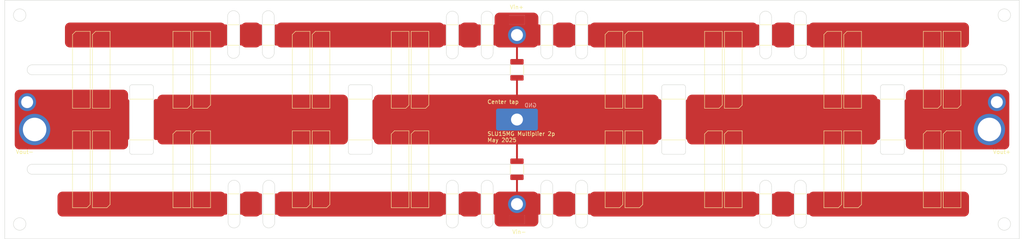
<source format=kicad_pcb>
(kicad_pcb (version 20221018) (generator pcbnew)
  (layers (0 "F.Cu" signal) (31 "B.Cu" signal) (34 "B.Paste" user) (35 "F.Paste" user) (36 "B.SilkS" user "B.Silkscreen") (37 "F.SilkS" user "F.Silkscreen") (38 "B.Mask" user) (39 "F.Mask" user) (44 "Edge.Cuts" user))
  (net 0 "")
  (net 1 "/full_wave_cell/I+")
  (net 2 "Net-(C1-Pad2)")
  (net 3 "/full_wave_cell/I-")
  (net 4 "Net-(C2-Pad2)")
  (net 5 "Net-(C7-Pad2)")
  (net 6 "/full_wave_cell/O+")
  (net 7 "Net-(C12-Pad2)")
  (net 8 "/full_wave_cell/O-")
  (net 9 "Net-(C17-Pad2)")
  (net 10 "/full_wave_cell/I=")
  (net 11 "/full_wave_cell/O=")
  (net 12 "Net-(C6-Pad2)")
  (net 13 "/full_wave_cell1/O+")
  (net 14 "/full_wave_cell1/O-")
  (net 15 "/full_wave_cell1/O=")
  (net 16 "Net-(C11-Pad2)")
  (net 17 "/full_wave_cell2/O+")
  (net 18 "/full_wave_cell2/O-")
  (net 19 "/full_wave_cell2/O=")
  (net 20 "Net-(C16-Pad2)")
  (net 21 "/full_wave_cell3/O+")
  (net 22 "/full_wave_cell3/O-")
  (net 23 "/full_wave_cell3/O=")
  (footprint "Capacitor_SMD:C_2220_5750Metric" (layer "F.Cu") (at 147.32 29.21)
    (fp_text reference "C3" hide)
    (fp_text value "C")
    (pad "1" smd roundrect (at -2.55 0) (size 1.8 5.4) (layers "F.Cu" "F.Paste" "F.Mask") (roundrect_rratio 0.138889) (net 2 "Net-(C1-Pad2)"))
    (pad "2" smd roundrect (at 2.55 0) (size 1.8 5.4) (layers "F.Cu" "F.Paste" "F.Mask") (roundrect_rratio 0.138889) (net 6 "/full_wave_cell/O+"))
  )
  (footprint "custom_assets_mit:output_pad_4mm" (layer "F.Cu") (at 5.715 46.355)
    (fp_text reference "H6" (at 0 -0.5 unlocked) (layer "F.SilkS") (effects (font (thickness 0.1))))
    (fp_text value "MountingHole_Pad")
    (pad "1" thru_hole circle (at 0 0) (size 4.572 4.572) (drill 3.048) (layers "*.Cu" "*.Mask") (net 23 "/full_wave_cell3/O="))
  )
  (footprint "custom_assets_mit:slu15mg" (layer "F.Cu") (at 241.935 63.5 -90)
    (fp_text reference "D22" hide)
    (fp_text value "D")
    (pad "1" smd roundrect (at -8.055 0 270) (size 2.51 3.51) (layers "F.Cu" "F.Paste" "F.Mask") (net 19 "/full_wave_cell2/O="))
    (pad "2" smd roundrect (at 8.055 0 270) (size 2.51 3.51) (layers "F.Cu" "F.Paste" "F.Mask") (net 18 "/full_wave_cell2/O-"))
  )
  (footprint "custom_assets_mit:slu15mg" (layer "F.Cu") (at 211.455 63.5 90)
    (fp_text reference "D20" hide)
    (fp_text value "D")
    (pad "1" smd roundrect (at -8.055 0 90) (size 2.51 3.51) (layers "F.Cu" "F.Paste" "F.Mask") (net 18 "/full_wave_cell2/O-"))
    (pad "2" smd roundrect (at 8.055 0 90) (size 2.51 3.51) (layers "F.Cu" "F.Paste" "F.Mask") (net 11 "/full_wave_cell/O="))
  )
  (footprint "custom_assets_mit:slu15mg" (layer "F.Cu") (at 180.975 38.1 90)
    (fp_text reference "D3" hide)
    (fp_text value "D")
    (pad "1" smd roundrect (at -8.055 0 90) (size 2.51 3.51) (layers "F.Cu" "F.Paste" "F.Mask") (net 11 "/full_wave_cell/O="))
    (pad "2" smd roundrect (at 8.055 0 90) (size 2.51 3.51) (layers "F.Cu" "F.Paste" "F.Mask") (net 6 "/full_wave_cell/O+"))
  )
  (footprint "custom_assets_mit:slu15mg" (layer "F.Cu") (at 186.055 63.5 -90)
    (fp_text reference "D21" hide)
    (fp_text value "D")
    (pad "1" smd roundrect (at -8.055 0 270) (size 2.51 3.51) (layers "F.Cu" "F.Paste" "F.Mask") (net 11 "/full_wave_cell/O="))
    (pad "2" smd roundrect (at 8.055 0 270) (size 2.51 3.51) (layers "F.Cu" "F.Paste" "F.Mask") (net 8 "/full_wave_cell/O-"))
  )
  (footprint "custom_assets_mit:slu15mg" (layer "F.Cu") (at 24.637999 38.1 -90)
    (fp_text reference "D16" hide)
    (fp_text value "D")
    (pad "1" smd roundrect (at -8.055 0 270) (size 2.51 3.51) (layers "F.Cu" "F.Paste" "F.Mask") (net 22 "/full_wave_cell3/O-"))
    (pad "2" smd roundrect (at 8.055 0 270) (size 2.51 3.51) (layers "F.Cu" "F.Paste" "F.Mask") (net 23 "/full_wave_cell3/O="))
  )
  (footprint "Capacitor_SMD:C_1812_4532Metric" (layer "F.Cu") (at 130.81 63.5 -90)
    (fp_text reference "C22" hide)
    (fp_text value "C" hide)
    (pad "1" smd roundrect (at -2.05 0 270) (size 1.4 3.4) (layers "F.Cu" "F.Paste" "F.Mask") (roundrect_rratio 0.178571) (net 10 "/full_wave_cell/I="))
    (pad "2" smd roundrect (at 2.05 0 270) (size 1.4 3.4) (layers "F.Cu" "F.Paste" "F.Mask") (roundrect_rratio 0.178571) (net 3 "/full_wave_cell/I-"))
  )
  (footprint "custom_assets_mit:hv_clip_pth_6mm" (layer "F.Cu") (at 130.81 50.8)
    (fp_text reference "H3" (at 0 -0.5 unlocked) (layer "F.SilkS") (effects (font (thickness 0.1))))
    (fp_text value "MountingHole_Pad")
    (pad "1" thru_hole circle (at 0 0) (size 4.572 4.572) (drill 3.048) (layers "*.Cu" "*.Mask") (net 10 "/full_wave_cell/I="))
  )
  (footprint "custom_assets_mit:slu15mg" (layer "F.Cu") (at 75.692 63.5 90)
    (fp_text reference "D25" hide)
    (fp_text value "D")
    (pad "1" smd roundrect (at -8.055 0 90) (size 2.51 3.51) (layers "F.Cu" "F.Paste" "F.Mask") (net 13 "/full_wave_cell1/O+"))
    (pad "2" smd roundrect (at 8.055 0 90) (size 2.51 3.51) (layers "F.Cu" "F.Paste" "F.Mask") (net 15 "/full_wave_cell1/O="))
  )
  (footprint "custom_assets_mit:slu15mg" (layer "F.Cu") (at 50.291999 38.1 90)
    (fp_text reference "D32" hide)
    (fp_text value "D")
    (pad "1" smd roundrect (at -8.055 0 90) (size 2.51 3.51) (layers "F.Cu" "F.Paste" "F.Mask") (net 15 "/full_wave_cell1/O="))
    (pad "2" smd roundrect (at 8.055 0 90) (size 2.51 3.51) (layers "F.Cu" "F.Paste" "F.Mask") (net 22 "/full_wave_cell3/O-"))
  )
  (footprint "custom_assets_mit:C_3640_9110Metric_HV" (layer "F.Cu") (at 34.925 50.8 180)
    (fp_text reference "C20" hide)
    (fp_text value "C")
    (pad "1" smd roundrect (at -4.0875 0 180) (size 1.925 10.45) (layers "F.Cu" "F.Paste" "F.Mask") (roundrect_rratio 0.2597402597) (net 15 "/full_wave_cell1/O="))
    (pad "2" smd roundrect (at 4.0875 0 180) (size 1.925 10.45) (layers "F.Cu" "F.Paste" "F.Mask") (roundrect_rratio 0.2597402597) (net 23 "/full_wave_cell3/O="))
  )
  (footprint "custom_assets_mit:slu15mg" (layer "F.Cu") (at 216.535 63.5 90)
    (fp_text reference "D10" hide)
    (fp_text value "D")
    (pad "1" smd roundrect (at -8.055 0 90) (size 2.51 3.51) (layers "F.Cu" "F.Paste" "F.Mask") (net 18 "/full_wave_cell2/O-"))
    (pad "2" smd roundrect (at 8.055 0 90) (size 2.51 3.51) (layers "F.Cu" "F.Paste" "F.Mask") (net 11 "/full_wave_cell/O="))
  )
  (footprint "custom_assets_mit:slu15mg" (layer "F.Cu") (at 75.692 38.1 -90)
    (fp_text reference "D26" hide)
    (fp_text value "D")
    (pad "1" smd roundrect (at -8.055 0 270) (size 2.51 3.51) (layers "F.Cu" "F.Paste" "F.Mask") (net 14 "/full_wave_cell1/O-"))
    (pad "2" smd roundrect (at 8.055 0 270) (size 2.51 3.51) (layers "F.Cu" "F.Paste" "F.Mask") (net 15 "/full_wave_cell1/O="))
  )
  (footprint "custom_assets_mit:slu15mg" (layer "F.Cu") (at 180.975 63.5 -90)
    (fp_text reference "D4" hide)
    (fp_text value "D")
    (pad "1" smd roundrect (at -8.055 0 270) (size 2.51 3.51) (layers "F.Cu" "F.Paste" "F.Mask") (net 11 "/full_wave_cell/O="))
    (pad "2" smd roundrect (at 8.055 0 270) (size 2.51 3.51) (layers "F.Cu" "F.Paste" "F.Mask") (net 8 "/full_wave_cell/O-"))
  )
  (footprint "custom_assets_mit:slu15mg" (layer "F.Cu") (at 155.575 63.5 90)
    (fp_text reference "D19" hide)
    (fp_text value "D")
    (pad "1" smd roundrect (at -8.055 0 90) (size 2.51 3.51) (layers "F.Cu" "F.Paste" "F.Mask") (net 8 "/full_wave_cell/O-"))
    (pad "2" smd roundrect (at 8.055 0 90) (size 2.51 3.51) (layers "F.Cu" "F.Paste" "F.Mask") (net 10 "/full_wave_cell/I="))
  )
  (footprint "custom_assets_mit:slu15mg" (layer "F.Cu") (at 50.292 63.5 -90)
    (fp_text reference "D13" hide)
    (fp_text value "D")
    (pad "1" smd roundrect (at -8.055 0 270) (size 2.51 3.51) (layers "F.Cu" "F.Paste" "F.Mask") (net 15 "/full_wave_cell1/O="))
    (pad "2" smd roundrect (at 8.055 0 270) (size 2.51 3.51) (layers "F.Cu" "F.Paste" "F.Mask") (net 21 "/full_wave_cell3/O+"))
  )
  (footprint "custom_assets_mit:slu15mg" (layer "F.Cu") (at 236.855 63.5 -90)
    (fp_text reference "D12" hide)
    (fp_text value "D")
    (pad "1" smd roundrect (at -8.055 0 270) (size 2.51 3.51) (layers "F.Cu" "F.Paste" "F.Mask") (net 19 "/full_wave_cell2/O="))
    (pad "2" smd roundrect (at 8.055 0 270) (size 2.51 3.51) (layers "F.Cu" "F.Paste" "F.Mask") (net 18 "/full_wave_cell2/O-"))
  )
  (footprint "custom_assets_mit:output_pad_4mm" (layer "F.Cu") (at 253.365 46.355)
    (fp_text reference "H7" (at 0 -0.5 unlocked) (layer "F.SilkS") (effects (font (thickness 0.1))))
    (fp_text value "MountingHole_Pad")
    (pad "1" thru_hole circle (at 0 0) (size 4.572 4.572) (drill 3.048) (layers "*.Cu" "*.Mask") (net 19 "/full_wave_cell2/O="))
  )
  (footprint "custom_assets_mit:slu15mg" (layer "F.Cu") (at 80.772 63.5 90)
    (fp_text reference "D7" hide)
    (fp_text value "D")
    (pad "1" smd roundrect (at -8.055 0 90) (size 2.51 3.51) (layers "F.Cu" "F.Paste" "F.Mask") (net 13 "/full_wave_cell1/O+"))
    (pad "2" smd roundrect (at 8.055 0 90) (size 2.51 3.51) (layers "F.Cu" "F.Paste" "F.Mask") (net 15 "/full_wave_cell1/O="))
  )
  (footprint "custom_assets_mit:slu15mg" (layer "F.Cu") (at 24.638 63.5 90)
    (fp_text reference "D15" hide)
    (fp_text value "D")
    (pad "1" smd roundrect (at -8.055 0 90) (size 2.51 3.51) (layers "F.Cu" "F.Paste" "F.Mask") (net 21 "/full_wave_cell3/O+"))
    (pad "2" smd roundrect (at 8.055 0 90) (size 2.51 3.51) (layers "F.Cu" "F.Paste" "F.Mask") (net 23 "/full_wave_cell3/O="))
  )
  (footprint "Capacitor_SMD:C_2220_5750Metric" (layer "F.Cu") (at 138.43 29.21)
    (fp_text reference "C1" hide)
    (fp_text value "C")
    (pad "1" smd roundrect (at -2.55 0) (size 1.8 5.4) (layers "F.Cu" "F.Paste" "F.Mask") (roundrect_rratio 0.138889) (net 1 "/full_wave_cell/I+"))
    (pad "2" smd roundrect (at 2.55 0) (size 1.8 5.4) (layers "F.Cu" "F.Paste" "F.Mask") (roundrect_rratio 0.138889) (net 2 "Net-(C1-Pad2)"))
  )
  (footprint "custom_assets_mit:slu15mg" (layer "F.Cu") (at 45.212001 63.5 -90)
    (fp_text reference "D31" hide)
    (fp_text value "D")
    (pad "1" smd roundrect (at -8.055 0 270) (size 2.51 3.51) (layers "F.Cu" "F.Paste" "F.Mask") (net 15 "/full_wave_cell1/O="))
    (pad "2" smd roundrect (at 8.055 0 270) (size 2.51 3.51) (layers "F.Cu" "F.Paste" "F.Mask") (net 21 "/full_wave_cell3/O+"))
  )
  (footprint "custom_assets_mit:slu15mg" (layer "F.Cu") (at 19.558 38.1 -90)
    (fp_text reference "D28" hide)
    (fp_text value "D")
    (pad "1" smd roundrect (at -8.055 0 270) (size 2.51 3.51) (layers "F.Cu" "F.Paste" "F.Mask") (net 22 "/full_wave_cell3/O-"))
    (pad "2" smd roundrect (at 8.055 0 270) (size 2.51 3.51) (layers "F.Cu" "F.Paste" "F.Mask") (net 23 "/full_wave_cell3/O="))
  )
  (footprint "custom_assets_mit:C_3640_9110Metric_HV" (layer "F.Cu") (at 90.805 50.8 180)
    (fp_text reference "C10" hide)
    (fp_text value "C")
    (pad "1" smd roundrect (at -4.0875 0 180) (size 1.925 10.45) (layers "F.Cu" "F.Paste" "F.Mask") (roundrect_rratio 0.2597402597) (net 10 "/full_wave_cell/I="))
    (pad "2" smd roundrect (at 4.0875 0 180) (size 1.925 10.45) (layers "F.Cu" "F.Paste" "F.Mask") (roundrect_rratio 0.2597402597) (net 15 "/full_wave_cell1/O="))
  )
  (footprint "custom_assets_mit:slu15mg" (layer "F.Cu") (at 100.965001 63.5 -90)
    (fp_text reference "D29" hide)
    (fp_text value "D")
    (pad "1" smd roundrect (at -8.055 0 270) (size 2.51 3.51) (layers "F.Cu" "F.Paste" "F.Mask") (net 10 "/full_wave_cell/I="))
    (pad "2" smd roundrect (at 8.055 0 270) (size 2.51 3.51) (layers "F.Cu" "F.Paste" "F.Mask") (net 13 "/full_wave_cell1/O+"))
  )
  (footprint "custom_assets_mit:slu15mg" (layer "F.Cu") (at 241.935 38.1 90)
    (fp_text reference "D24" hide)
    (fp_text value "D")
    (pad "1" smd roundrect (at -8.055 0 90) (size 2.51 3.51) (layers "F.Cu" "F.Paste" "F.Mask") (net 19 "/full_wave_cell2/O="))
    (pad "2" smd roundrect (at 8.055 0 90) (size 2.51 3.51) (layers "F.Cu" "F.Paste" "F.Mask") (net 17 "/full_wave_cell2/O+"))
  )
  (footprint "Capacitor_SMD:C_1812_4532Metric" (layer "F.Cu") (at 130.81 38.1 90)
    (fp_text reference "C21" hide)
    (fp_text value "C" hide)
    (pad "1" smd roundrect (at -2.05 0 90) (size 1.4 3.4) (layers "F.Cu" "F.Paste" "F.Mask") (roundrect_rratio 0.178571) (net 10 "/full_wave_cell/I="))
    (pad "2" smd roundrect (at 2.05 0 90) (size 1.4 3.4) (layers "F.Cu" "F.Paste" "F.Mask") (roundrect_rratio 0.178571) (net 1 "/full_wave_cell/I+"))
  )
  (footprint "Capacitor_SMD:C_2220_5750Metric" (layer "F.Cu") (at 123.190001 72.39 180)
    (fp_text reference "C6" hide)
    (fp_text value "C")
    (pad "1" smd roundrect (at -2.55 0 180) (size 1.8 5.4) (layers "F.Cu" "F.Paste" "F.Mask") (roundrect_rratio 0.138889) (net 3 "/full_wave_cell/I-"))
    (pad "2" smd roundrect (at 2.55 0 180) (size 1.8 5.4) (layers "F.Cu" "F.Paste" "F.Mask") (roundrect_rratio 0.138889) (net 12 "Net-(C6-Pad2)"))
  )
  (footprint "custom_assets_mit:slu15mg" (layer "F.Cu") (at 100.965001 38.1 90)
    (fp_text reference "D6" hide)
    (fp_text value "D")
    (pad "1" smd roundrect (at -8.055 0 90) (size 2.51 3.51) (layers "F.Cu" "F.Paste" "F.Mask") (net 10 "/full_wave_cell/I="))
    (pad "2" smd roundrect (at 8.055 0 90) (size 2.51 3.51) (layers "F.Cu" "F.Paste" "F.Mask") (net 14 "/full_wave_cell1/O-"))
  )
  (footprint "Capacitor_SMD:C_2220_5750Metric" (layer "F.Cu") (at 194.31 72.39)
    (fp_text reference "C12" hide)
    (fp_text value "C")
    (pad "1" smd roundrect (at -2.55 0) (size 1.8 5.4) (layers "F.Cu" "F.Paste" "F.Mask") (roundrect_rratio 0.138889) (net 8 "/full_wave_cell/O-"))
    (pad "2" smd roundrect (at 2.55 0) (size 1.8 5.4) (layers "F.Cu" "F.Paste" "F.Mask") (roundrect_rratio 0.138889) (net 7 "Net-(C12-Pad2)"))
  )
  (footprint "custom_assets_mit:hv_clip_pth_6mm" (layer "F.Cu") (at 7.62 53.34)
    (fp_text reference "H1" hide)
    (fp_text value "MountingHole_Pad")
    (pad "1" thru_hole circle (at 0 0) (size 8 8) (drill 6) (layers "*.Cu" "*.Mask") (net 23 "/full_wave_cell3/O="))
  )
  (footprint "custom_assets_mit:hv_clip_pth_6mm" (layer "F.Cu") (at 251.46 53.34)
    (fp_text reference "H5" hide)
    (fp_text value "MountingHole_Pad")
    (pad "1" thru_hole circle (at 0 0) (size 8 8) (drill 6) (layers "*.Cu" "*.Mask") (net 19 "/full_wave_cell2/O="))
  )
  (footprint "custom_assets_mit:slu15mg" (layer "F.Cu") (at 160.655 38.1 -90)
    (fp_text reference "D1" hide)
    (fp_text value "D")
    (pad "1" smd roundrect (at -8.055 0 270) (size 2.51 3.51) (layers "F.Cu" "F.Paste" "F.Mask") (net 6 "/full_wave_cell/O+"))
    (pad "2" smd roundrect (at 8.055 0 270) (size 2.51 3.51) (layers "F.Cu" "F.Paste" "F.Mask") (net 10 "/full_wave_cell/I="))
  )
  (footprint "Capacitor_SMD:C_2220_5750Metric" (layer "F.Cu") (at 58.42 72.39 180)
    (fp_text reference "C18" hide)
    (fp_text value "C")
    (pad "1" smd roundrect (at -2.55 0 180) (size 1.8 5.4) (layers "F.Cu" "F.Paste" "F.Mask") (roundrect_rratio 0.138889) (net 20 "Net-(C16-Pad2)"))
    (pad "2" smd roundrect (at 2.55 0 180) (size 1.8 5.4) (layers "F.Cu" "F.Paste" "F.Mask") (roundrect_rratio 0.138889) (net 21 "/full_wave_cell3/O+"))
  )
  (footprint "custom_assets_mit:slu15mg" (layer "F.Cu") (at 216.535 38.1 -90)
    (fp_text reference "D9" hide)
    (fp_text value "D")
    (pad "1" smd roundrect (at -8.055 0 270) (size 2.51 3.51) (layers "F.Cu" "F.Paste" "F.Mask") (net 17 "/full_wave_cell2/O+"))
    (pad "2" smd roundrect (at 8.055 0 270) (size 2.51 3.51) (layers "F.Cu" "F.Paste" "F.Mask") (net 11 "/full_wave_cell/O="))
  )
  (footprint "Capacitor_SMD:C_2220_5750Metric" (layer "F.Cu") (at 67.310001 72.39 180)
    (fp_text reference "C16" hide)
    (fp_text value "C")
    (pad "1" smd roundrect (at -2.55 0 180) (size 1.8 5.4) (layers "F.Cu" "F.Paste" "F.Mask") (roundrect_rratio 0.138889) (net 13 "/full_wave_cell1/O+"))
    (pad "2" smd roundrect (at 2.55 0 180) (size 1.8 5.4) (layers "F.Cu" "F.Paste" "F.Mask") (roundrect_rratio 0.138889) (net 20 "Net-(C16-Pad2)"))
  )
  (footprint "Capacitor_SMD:C_2220_5750Metric" (layer "F.Cu") (at 114.3 72.39 180)
    (fp_text reference "C8" hide)
    (fp_text value "C")
    (pad "1" smd roundrect (at -2.55 0 180) (size 1.8 5.4) (layers "F.Cu" "F.Paste" "F.Mask") (roundrect_rratio 0.138889) (net 12 "Net-(C6-Pad2)"))
    (pad "2" smd roundrect (at 2.55 0 180) (size 1.8 5.4) (layers "F.Cu" "F.Paste" "F.Mask") (roundrect_rratio 0.138889) (net 13 "/full_wave_cell1/O+"))
  )
  (footprint "custom_assets_mit:slu15mg" (layer "F.Cu") (at 211.455 38.1 -90)
    (fp_text reference "D18" hide)
    (fp_text value "D")
    (pad "1" smd roundrect (at -8.055 0 270) (size 2.51 3.51) (layers "F.Cu" "F.Paste" "F.Mask") (net 17 "/full_wave_cell2/O+"))
    (pad "2" smd roundrect (at 8.055 0 270) (size 2.51 3.51) (layers "F.Cu" "F.Paste" "F.Mask") (net 11 "/full_wave_cell/O="))
  )
  (footprint "custom_assets_mit:slu15mg" (layer "F.Cu") (at 236.855 38.1 90)
    (fp_text reference "D11" hide)
    (fp_text value "D")
    (pad "1" smd roundrect (at -8.055 0 90) (size 2.51 3.51) (layers "F.Cu" "F.Paste" "F.Mask") (net 19 "/full_wave_cell2/O="))
    (pad "2" smd roundrect (at 8.055 0 90) (size 2.51 3.51) (layers "F.Cu" "F.Paste" "F.Mask") (net 17 "/full_wave_cell2/O+"))
  )
  (footprint "custom_assets_mit:slu15mg" (layer "F.Cu") (at 186.055 38.1 90)
    (fp_text reference "D23" hide)
    (fp_text value "D")
    (pad "1" smd roundrect (at -8.055 0 90) (size 2.51 3.51) (layers "F.Cu" "F.Paste" "F.Mask") (net 11 "/full_wave_cell/O="))
    (pad "2" smd roundrect (at 8.055 0 90) (size 2.51 3.51) (layers "F.Cu" "F.Paste" "F.Mask") (net 6 "/full_wave_cell/O+"))
  )
  (footprint "Capacitor_SMD:C_2220_5750Metric" (layer "F.Cu") (at 203.2 29.21)
    (fp_text reference "C13" hide)
    (fp_text value "C")
    (pad "1" smd roundrect (at -2.55 0) (size 1.8 5.4) (layers "F.Cu" "F.Paste" "F.Mask") (roundrect_rratio 0.138889) (net 16 "Net-(C11-Pad2)"))
    (pad "2" smd roundrect (at 2.55 0) (size 1.8 5.4) (layers "F.Cu" "F.Paste" "F.Mask") (roundrect_rratio 0.138889) (net 17 "/full_wave_cell2/O+"))
  )
  (footprint "custom_assets_mit:slu15mg" (layer "F.Cu") (at 160.655 63.5 90)
    (fp_text reference "D2" hide)
    (fp_text value "D")
    (pad "1" smd roundrect (at -8.055 0 90) (size 2.51 3.51) (layers "F.Cu" "F.Paste" "F.Mask") (net 8 "/full_wave_cell/O-"))
    (pad "2" smd roundrect (at 8.055 0 90) (size 2.51 3.51) (layers "F.Cu" "F.Paste" "F.Mask") (net 10 "/full_wave_cell/I="))
  )
  (footprint "custom_assets_mit:slu15mg" (layer "F.Cu") (at 45.212 38.1 90)
    (fp_text reference "D14" hide)
    (fp_text value "D")
    (pad "1" smd roundrect (at -8.055 0 90) (size 2.51 3.51) (layers "F.Cu" "F.Paste" "F.Mask") (net 15 "/full_wave_cell1/O="))
    (pad "2" smd roundrect (at 8.055 0 90) (size 2.51 3.51) (layers "F.Cu" "F.Paste" "F.Mask") (net 22 "/full_wave_cell3/O-"))
  )
  (footprint "Capacitor_SMD:C_2220_5750Metric" (layer "F.Cu") (at 147.32 72.39)
    (fp_text reference "C4" hide)
    (fp_text value "C")
    (pad "1" smd roundrect (at -2.55 0) (size 1.8 5.4) (layers "F.Cu" "F.Paste" "F.Mask") (roundrect_rratio 0.138889) (net 4 "Net-(C2-Pad2)"))
    (pad "2" smd roundrect (at 2.55 0) (size 1.8 5.4) (layers "F.Cu" "F.Paste" "F.Mask") (roundrect_rratio 0.138889) (net 8 "/full_wave_cell/O-"))
  )
  (footprint "Capacitor_SMD:C_2220_5750Metric" (layer "F.Cu") (at 114.3 29.21 180)
    (fp_text reference "C9" hide)
    (fp_text value "C")
    (pad "1" smd roundrect (at -2.55 0 180) (size 1.8 5.4) (layers "F.Cu" "F.Paste" "F.Mask") (roundrect_rratio 0.138889) (net 5 "Net-(C7-Pad2)"))
    (pad "2" smd roundrect (at 2.55 0 180) (size 1.8 5.4) (layers "F.Cu" "F.Paste" "F.Mask") (roundrect_rratio 0.138889) (net 14 "/full_wave_cell1/O-"))
  )
  (footprint "custom_assets_mit:slu15mg" (layer "F.Cu") (at 80.772 38.1 -90)
    (fp_text reference "D8" hide)
    (fp_text value "D")
    (pad "1" smd roundrect (at -8.055 0 270) (size 2.51 3.51) (layers "F.Cu" "F.Paste" "F.Mask") (net 14 "/full_wave_cell1/O-"))
    (pad "2" smd roundrect (at 8.055 0 270) (size 2.51 3.51) (layers "F.Cu" "F.Paste" "F.Mask") (net 15 "/full_wave_cell1/O="))
  )
  (footprint "custom_assets_mit:C_3640_9110Metric_HV" (layer "F.Cu") (at 226.695 50.8)
    (fp_text reference "C15" hide)
    (fp_text value "C")
    (pad "1" smd roundrect (at -4.0875 0) (size 1.925 10.45) (layers "F.Cu" "F.Paste" "F.Mask") (roundrect_rratio 0.2597402597) (net 11 "/full_wave_cell/O="))
    (pad "2" smd roundrect (at 4.0875 0) (size 1.925 10.45) (layers "F.Cu" "F.Paste" "F.Mask") (roundrect_rratio 0.2597402597) (net 19 "/full_wave_cell2/O="))
  )
  (footprint "custom_assets_mit:slu15mg" (layer "F.Cu") (at 106.045 38.1 90)
    (fp_text reference "D30" hide)
    (fp_text value "D")
    (pad "1" smd roundrect (at -8.055 0 90) (size 2.51 3.51) (layers "F.Cu" "F.Paste" "F.Mask") (net 10 "/full_wave_cell/I="))
    (pad "2" smd roundrect (at 8.055 0 90) (size 2.51 3.51) (layers "F.Cu" "F.Paste" "F.Mask") (net 14 "/full_wave_cell1/O-"))
  )
  (footprint "custom_assets_mit:slu15mg" (layer "F.Cu") (at 155.575 38.1 -90)
    (fp_text reference "D17" hide)
    (fp_text value "D")
    (pad "1" smd roundrect (at -8.055 0 270) (size 2.51 3.51) (layers "F.Cu" "F.Paste" "F.Mask") (net 6 "/full_wave_cell/O+"))
    (pad "2" smd roundrect (at 8.055 0 270) (size 2.51 3.51) (layers "F.Cu" "F.Paste" "F.Mask") (net 10 "/full_wave_cell/I="))
  )
  (footprint "Capacitor_SMD:C_2220_5750Metric" (layer "F.Cu") (at 194.31 29.21)
    (fp_text reference "C11" hide)
    (fp_text value "C")
    (pad "1" smd roundrect (at -2.55 0) (size 1.8 5.4) (layers "F.Cu" "F.Paste" "F.Mask") (roundrect_rratio 0.138889) (net 6 "/full_wave_cell/O+"))
    (pad "2" smd roundrect (at 2.55 0) (size 1.8 5.4) (layers "F.Cu" "F.Paste" "F.Mask") (roundrect_rratio 0.138889) (net 16 "Net-(C11-Pad2)"))
  )
  (footprint "Capacitor_SMD:C_2220_5750Metric" (layer "F.Cu") (at 203.2 72.39)
    (fp_text reference "C14" hide)
    (fp_text value "C")
    (pad "1" smd roundrect (at -2.55 0) (size 1.8 5.4) (layers "F.Cu" "F.Paste" "F.Mask") (roundrect_rratio 0.138889) (net 7 "Net-(C12-Pad2)"))
    (pad "2" smd roundrect (at 2.55 0) (size 1.8 5.4) (layers "F.Cu" "F.Paste" "F.Mask") (roundrect_rratio 0.138889) (net 18 "/full_wave_cell2/O-"))
  )
  (footprint "custom_assets_mit:slu15mg" (layer "F.Cu") (at 19.558001 63.5 90)
    (fp_text reference "D27" hide)
    (fp_text value "D")
    (pad "1" smd roundrect (at -8.055 0 90) (size 2.51 3.51) (layers "F.Cu" "F.Paste" "F.Mask") (net 21 "/full_wave_cell3/O+"))
    (pad "2" smd roundrect (at 8.055 0 90) (size 2.51 3.51) (layers "F.Cu" "F.Paste" "F.Mask") (net 23 "/full_wave_cell3/O="))
  )
  (footprint "Capacitor_SMD:C_2220_5750Metric" (layer "F.Cu") (at 123.190001 29.21 180)
    (fp_text reference "C7" hide)
    (fp_text value "C")
    (pad "1" smd roundrect (at -2.55 0 180) (size 1.8 5.4) (layers "F.Cu" "F.Paste" "F.Mask") (roundrect_rratio 0.138889) (net 1 "/full_wave_cell/I+"))
    (pad "2" smd roundrect (at 2.55 0 180) (size 1.8 5.4) (layers "F.Cu" "F.Paste" "F.Mask") (roundrect_rratio 0.138889) (net 5 "Net-(C7-Pad2)"))
  )
  (footprint "custom_assets_mit:C_3640_9110Metric_HV" (layer "F.Cu") (at 170.815 50.8)
    (fp_text reference "C5" hide)
    (fp_text value "C")
    (pad "1" smd roundrect (at -4.0875 0) (size 1.925 10.45) (layers "F.Cu" "F.Paste" "F.Mask") (roundrect_rratio 0.2597402597) (net 10 "/full_wave_cell/I="))
    (pad "2" smd roundrect (at 4.0875 0) (size 1.925 10.45) (layers "F.Cu" "F.Paste" "F.Mask") (roundrect_rratio 0.2597402597) (net 11 "/full_wave_cell/O="))
  )
  (footprint "custom_assets_mit:slu15mg" (layer "F.Cu") (at 106.045 63.5 -90)
    (fp_text reference "D5" hide)
    (fp_text value "D")
    (pad "1" smd roundrect (at -8.055 0 270) (size 2.51 3.51) (layers "F.Cu" "F.Paste" "F.Mask") (net 10 "/full_wave_cell/I="))
    (pad "2" smd roundrect (at 8.055 0 270) (size 2.51 3.51) (layers "F.Cu" "F.Paste" "F.Mask") (net 13 "/full_wave_cell1/O+"))
  )
  (footprint "Capacitor_SMD:C_2220_5750Metric" (layer "F.Cu") (at 138.43 72.39)
    (fp_text reference "C2" hide)
    (fp_text value "C")
    (pad "1" smd roundrect (at -2.55 0) (size 1.8 5.4) (layers "F.Cu" "F.Paste" "F.Mask") (roundrect_rratio 0.138889) (net 3 "/full_wave_cell/I-"))
    (pad "2" smd roundrect (at 2.55 0) (size 1.8 5.4) (layers "F.Cu" "F.Paste" "F.Mask") (roundrect_rratio 0.138889) (net 4 "Net-(C2-Pad2)"))
  )
  (footprint "custom_assets_mit:hv_clip_pth_6mm" (layer "F.Cu") (at 130.81 72.39)
    (fp_text reference "H2" (at 0 -0.5 unlocked) (layer "F.SilkS") (effects (font (thickness 0.1))))
    (fp_text value "MountingHole_Pad")
    (pad "1" thru_hole circle (at 0 0) (size 4.572 4.572) (drill 3.048) (layers "*.Cu" "*.Mask") (net 3 "/full_wave_cell/I-"))
  )
  (footprint "Capacitor_SMD:C_2220_5750Metric" (layer "F.Cu") (at 58.42 29.21 180)
    (fp_text reference "C19" hide)
    (fp_text value "C")
    (pad "1" smd roundrect (at -2.55 0 180) (size 1.8 5.4) (layers "F.Cu" "F.Paste" "F.Mask") (roundrect_rratio 0.138889) (net 9 "Net-(C17-Pad2)"))
    (pad "2" smd roundrect (at 2.55 0 180) (size 1.8 5.4) (layers "F.Cu" "F.Paste" "F.Mask") (roundrect_rratio 0.138889) (net 22 "/full_wave_cell3/O-"))
  )
  (footprint "Capacitor_SMD:C_2220_5750Metric" (layer "F.Cu") (at 67.310001 29.21 180)
    (fp_text reference "C17" hide)
    (fp_text value "C")
    (pad "1" smd roundrect (at -2.55 0 180) (size 1.8 5.4) (layers "F.Cu" "F.Paste" "F.Mask") (roundrect_rratio 0.138889) (net 14 "/full_wave_cell1/O-"))
    (pad "2" smd roundrect (at 2.55 0 180) (size 1.8 5.4) (layers "F.Cu" "F.Paste" "F.Mask") (roundrect_rratio 0.138889) (net 9 "Net-(C17-Pad2)"))
  )
  (footprint "custom_assets_mit:hv_clip_pth_6mm" (layer "F.Cu") (at 130.81 29.21)
    (fp_text reference "H4" (at 0 -0.5 unlocked) (layer "F.SilkS") (effects (font (thickness 0.1))))
    (fp_text value "MountingHole_Pad")
    (pad "1" thru_hole circle (at 0 0) (size 4.572 4.572) (drill 3.048) (layers "*.Cu" "*.Mask") (net 1 "/full_wave_cell/I+"))
  )
  (gr_arc (start 201.676 24.638) (mid 203.2 23.114) (end 204.724 24.638) (stroke (width 0.1)) (layer "Edge.Cuts"))
  (gr_line (start 148.844 33.782) (end 148.844 24.638) (stroke (width 0.1)) (layer "Edge.Cuts"))
  (gr_line (start 223.647 42.545) (end 223.647 59.055) (stroke (width 0.1)) (layer "Edge.Cuts"))
  (gr_arc (start 37.338 41.91) (mid 37.787013 42.095987) (end 37.973 42.545) (stroke (width 0.1)) (layer "Edge.Cuts"))
  (gr_line (start 124.714 76.962) (end 124.714 67.818) (stroke (width 0.1)) (layer "Edge.Cuts"))
  (gr_line (start 148.844 76.962) (end 148.844 67.818) (stroke (width 0.1)) (layer "Edge.Cuts"))
  (gr_line (start 145.796 67.818) (end 145.796 76.962) (stroke (width 0.1)) (layer "Edge.Cuts"))
  (gr_line (start 6.985 64.77) (end 254.635 64.77) (stroke (width 0.1)) (layer "Edge.Cuts"))
  (gr_arc (start 56.896 24.511) (mid 58.42 22.987) (end 59.944 24.511) (stroke (width 0.1)) (layer "Edge.Cuts"))
  (gr_arc (start 254.635 36.83) (mid 255.905 38.1) (end 254.635 39.37) (stroke (width 0.1)) (layer "Edge.Cuts"))
  (gr_line (start 201.676 24.638) (end 201.676 33.782) (stroke (width 0.1)) (layer "Edge.Cuts"))
  (gr_arc (start 204.724 33.782) (mid 203.2 35.306) (end 201.676 33.782) (stroke (width 0.1)) (layer "Edge.Cuts"))
  (gr_arc (start 136.906 24.638) (mid 138.43 23.114) (end 139.954 24.638) (stroke (width 0.1)) (layer "Edge.Cuts"))
  (gr_arc (start 195.834 76.962) (mid 194.31 78.486) (end 192.786 76.962) (stroke (width 0.1)) (layer "Edge.Cuts"))
  (gr_circle (center 255.27 24.13) (end 256.87 24.13) (stroke (width 0.1)) (fill none) (layer "Edge.Cuts"))
  (gr_arc (start 139.954 76.962) (mid 138.43 78.486) (end 136.906 76.962) (stroke (width 0.1)) (layer "Edge.Cuts"))
  (gr_arc (start 68.961 76.962) (mid 67.437 78.486) (end 65.913 76.962) (stroke (width 0.1)) (layer "Edge.Cuts"))
  (gr_arc (start 87.757 42.545) (mid 87.942987 42.095987) (end 88.392 41.91) (stroke (width 0.1)) (layer "Edge.Cuts"))
  (gr_arc (start 112.776 24.638) (mid 114.3 23.114) (end 115.824 24.638) (stroke (width 0.1)) (layer "Edge.Cuts"))
  (gr_arc (start 65.913 67.818) (mid 67.437 66.294) (end 68.961 67.818) (stroke (width 0.1)) (layer "Edge.Cuts"))
  (gr_arc (start 112.776 67.818) (mid 114.3 66.294) (end 115.824 67.818) (stroke (width 0.1)) (layer "Edge.Cuts"))
  (gr_line (start 136.906 24.638) (end 136.906 33.782) (stroke (width 0.1)) (layer "Edge.Cuts"))
  (gr_line (start 88.392 41.91) (end 93.218 41.91) (stroke (width 0.1)) (layer "Edge.Cuts"))
  (gr_arc (start 32.512 59.69) (mid 32.062987 59.504013) (end 31.877 59.055) (stroke (width 0.1)) (layer "Edge.Cuts"))
  (gr_line (start 112.776 67.818) (end 112.776 76.962) (stroke (width 0.1)) (layer "Edge.Cuts"))
  (gr_arc (start 57.023 67.818) (mid 58.547 66.294) (end 60.071 67.818) (stroke (width 0.1)) (layer "Edge.Cuts"))
  (gr_arc (start 224.282 59.69) (mid 223.832987 59.504013) (end 223.647 59.055) (stroke (width 0.1)) (layer "Edge.Cuts"))
  (gr_arc (start 124.714 33.782) (mid 123.19 35.306) (end 121.666 33.782) (stroke (width 0.1)) (layer "Edge.Cuts"))
  (gr_line (start 65.786 24.511) (end 65.786 33.655) (stroke (width 0.1)) (layer "Edge.Cuts"))
  (gr_arc (start 192.786 67.818) (mid 194.31 66.294) (end 195.834 67.818) (stroke (width 0.1)) (layer "Edge.Cuts"))
  (gr_arc (start 60.071 76.962) (mid 58.547 78.486) (end 57.023 76.962) (stroke (width 0.1)) (layer "Edge.Cuts"))
  (gr_line (start 121.666 24.638) (end 121.666 33.782) (stroke (width 0.1)) (layer "Edge.Cuts"))
  (gr_line (start 31.877 42.545) (end 31.877 59.055) (stroke (width 0.1)) (layer "Edge.Cuts"))
  (gr_line (start 192.786 24.638) (end 192.786 33.782) (stroke (width 0.1)) (layer "Edge.Cuts"))
  (gr_arc (start 115.824 76.962) (mid 114.3 78.486) (end 112.776 76.962) (stroke (width 0.1)) (layer "Edge.Cuts"))
  (gr_line (start 124.714 33.782) (end 124.714 24.638) (stroke (width 0.1)) (layer "Edge.Cuts"))
  (gr_arc (start 254.635 62.23) (mid 255.905 63.5) (end 254.635 64.77) (stroke (width 0.1)) (layer "Edge.Cuts"))
  (gr_arc (start 195.834 33.782) (mid 194.31 35.306) (end 192.786 33.782) (stroke (width 0.1)) (layer "Edge.Cuts"))
  (gr_line (start 229.108 59.69) (end 224.282 59.69) (stroke (width 0.1)) (layer "Edge.Cuts"))
  (gr_line (start 68.961 76.962) (end 68.961 67.818) (stroke (width 0.1)) (layer "Edge.Cuts"))
  (gr_arc (start 148.844 33.782) (mid 147.32 35.306) (end 145.796 33.782) (stroke (width 0.1)) (layer "Edge.Cuts"))
  (gr_arc (start 201.676 67.818) (mid 203.2 66.294) (end 204.724 67.818) (stroke (width 0.1)) (layer "Edge.Cuts"))
  (gr_line (start 112.776 24.638) (end 112.776 33.782) (stroke (width 0.1)) (layer "Edge.Cuts"))
  (gr_arc (start 148.844 76.962) (mid 147.32 78.486) (end 145.796 76.962) (stroke (width 0.1)) (layer "Edge.Cuts"))
  (gr_arc (start 121.666 67.818) (mid 123.19 66.294) (end 124.714 67.818) (stroke (width 0.1)) (layer "Edge.Cuts"))
  (gr_line (start 168.402 41.91) (end 173.228 41.91) (stroke (width 0.1)) (layer "Edge.Cuts"))
  (gr_line (start 87.757 42.545) (end 87.757 59.055) (stroke (width 0.1)) (layer "Edge.Cuts"))
  (gr_arc (start 6.985 64.77) (mid 5.715 63.5) (end 6.985 62.23) (stroke (width 0.1)) (layer "Edge.Cuts"))
  (gr_line (start 68.834 33.655) (end 68.834 24.511) (stroke (width 0.1)) (layer "Edge.Cuts"))
  (gr_line (start 93.218 59.69) (end 88.392 59.69) (stroke (width 0.1)) (layer "Edge.Cuts"))
  (gr_arc (start 167.767 42.545) (mid 167.952987 42.095987) (end 168.402 41.91) (stroke (width 0.1)) (layer "Edge.Cuts"))
  (gr_arc (start 65.786 24.511) (mid 67.31 22.987) (end 68.834 24.511) (stroke (width 0.1)) (layer "Edge.Cuts"))
  (gr_line (start 195.834 76.962) (end 195.834 67.818) (stroke (width 0.1)) (layer "Edge.Cuts"))
  (gr_line (start 224.282 41.91) (end 229.108 41.91) (stroke (width 0.1)) (layer "Edge.Cuts"))
  (gr_arc (start 6.985 39.37) (mid 5.715 38.1) (end 6.985 36.83) (stroke (width 0.1)) (layer "Edge.Cuts"))
  (gr_arc (start 173.863 59.055) (mid 173.677013 59.504013) (end 173.228 59.69) (stroke (width 0.1)) (layer "Edge.Cuts"))
  (gr_line (start 173.863 59.055) (end 173.863 42.545) (stroke (width 0.1)) (layer "Edge.Cuts"))
  (gr_line (start 115.824 76.962) (end 115.824 67.818) (stroke (width 0.1)) (layer "Edge.Cuts"))
  (gr_arc (start 145.796 24.638) (mid 147.32 23.114) (end 148.844 24.638) (stroke (width 0.1)) (layer "Edge.Cuts"))
  (gr_line (start 57.023 67.818) (end 57.023 76.962) (stroke (width 0.1)) (layer "Edge.Cuts"))
  (gr_arc (start 223.647 42.545) (mid 223.832987 42.095987) (end 224.282 41.91) (stroke (width 0.1)) (layer "Edge.Cuts"))
  (gr_arc (start 121.666 24.638) (mid 123.19 23.114) (end 124.714 24.638) (stroke (width 0.1)) (layer "Edge.Cuts"))
  (gr_arc (start 93.853 59.055) (mid 93.667013 59.504013) (end 93.218 59.69) (stroke (width 0.1)) (layer "Edge.Cuts"))
  (gr_arc (start 88.392 59.69) (mid 87.942987 59.504013) (end 87.757 59.055) (stroke (width 0.1)) (layer "Edge.Cuts"))
  (gr_line (start 139.954 33.782) (end 139.954 24.638) (stroke (width 0.1)) (layer "Edge.Cuts"))
  (gr_line (start 115.824 33.782) (end 115.824 24.638) (stroke (width 0.1)) (layer "Edge.Cuts"))
  (gr_line (start 32.512 41.91) (end 37.338 41.91) (stroke (width 0.1)) (layer "Edge.Cuts"))
  (gr_line (start 59.944 33.655) (end 59.944 24.511) (stroke (width 0.1)) (layer "Edge.Cuts"))
  (gr_line (start 145.796 24.638) (end 145.796 33.782) (stroke (width 0.1)) (layer "Edge.Cuts"))
  (gr_line (start 6.985 62.23) (end 254.635 62.23) (stroke (width 0.1)) (layer "Edge.Cuts"))
  (gr_circle (center 3.81 24.13) (end 5.41 24.13) (stroke (width 0.1)) (fill none) (layer "Edge.Cuts"))
  (gr_line (start 173.228 59.69) (end 168.402 59.69) (stroke (width 0.1)) (layer "Edge.Cuts"))
  (gr_arc (start 168.402 59.69) (mid 167.952987 59.504013) (end 167.767 59.055) (stroke (width 0.1)) (layer "Edge.Cuts"))
  (gr_arc (start 192.786 24.638) (mid 194.31 23.114) (end 195.834 24.638) (stroke (width 0.1)) (layer "Edge.Cuts"))
  (gr_arc (start 68.834 33.655) (mid 67.31 35.179) (end 65.786 33.655) (stroke (width 0.1)) (layer "Edge.Cuts"))
  (gr_circle (center 255.27 77.47) (end 256.87 77.47) (stroke (width 0.1)) (fill none) (layer "Edge.Cuts"))
  (gr_line (start 229.743 59.055) (end 229.743 42.545) (stroke (width 0.1)) (layer "Edge.Cuts"))
  (gr_arc (start 37.973 59.055) (mid 37.787013 59.504013) (end 37.338 59.69) (stroke (width 0.1)) (layer "Edge.Cuts"))
  (gr_line (start 37.338 59.69) (end 32.512 59.69) (stroke (width 0.1)) (layer "Edge.Cuts"))
  (gr_line (start 139.954 76.962) (end 139.954 67.818) (stroke (width 0.1)) (layer "Edge.Cuts"))
  (gr_line (start 204.724 76.962) (end 204.724 67.818) (stroke (width 0.1)) (layer "Edge.Cuts"))
  (gr_line (start 136.906 67.818) (end 136.906 76.962) (stroke (width 0.1)) (layer "Edge.Cuts"))
  (gr_arc (start 59.944 33.655) (mid 58.42 35.179) (end 56.896 33.655) (stroke (width 0.1)) (layer "Edge.Cuts"))
  (gr_arc (start 31.877 42.545) (mid 32.062987 42.095987) (end 32.512 41.91) (stroke (width 0.1)) (layer "Edge.Cuts"))
  (gr_arc (start 115.824 33.782) (mid 114.3 35.306) (end 112.776 33.782) (stroke (width 0.1)) (layer "Edge.Cuts"))
  (gr_arc (start 229.108 41.91) (mid 229.557013 42.095987) (end 229.743 42.545) (stroke (width 0.1)) (layer "Edge.Cuts"))
  (gr_line (start 65.913 67.818) (end 65.913 76.962) (stroke (width 0.1)) (layer "Edge.Cuts"))
  (gr_line (start 60.071 76.962) (end 60.071 67.818) (stroke (width 0.1)) (layer "Edge.Cuts"))
  (gr_arc (start 229.743 59.055) (mid 229.557013 59.504013) (end 229.108 59.69) (stroke (width 0.1)) (layer "Edge.Cuts"))
  (gr_line (start 37.973 59.055) (end 37.973 42.545) (stroke (width 0.1)) (layer "Edge.Cuts"))
  (gr_arc (start 136.906 67.818) (mid 138.43 66.294) (end 139.954 67.818) (stroke (width 0.1)) (layer "Edge.Cuts"))
  (gr_arc (start 145.796 67.818) (mid 147.32 66.294) (end 148.844 67.818) (stroke (width 0.1)) (layer "Edge.Cuts"))
  (gr_line (start 192.786 67.818) (end 192.786 76.962) (stroke (width 0.1)) (layer "Edge.Cuts"))
  (gr_rect (start 0 20.32) (end 259.08 81.28) (stroke (width 0.1)) (fill none) (layer "Edge.Cuts"))
  (gr_line (start 121.666 67.818) (end 121.666 76.962) (stroke (width 0.1)) (layer "Edge.Cuts"))
  (gr_arc (start 93.218 41.91) (mid 93.667013 42.095987) (end 93.853 42.545) (stroke (width 0.1)) (layer "Edge.Cuts"))
  (gr_line (start 167.767 42.545) (end 167.767 59.055) (stroke (width 0.1)) (layer "Edge.Cuts"))
  (gr_line (start 201.676 67.818) (end 201.676 76.962) (stroke (width 0.1)) (layer "Edge.Cuts"))
  (gr_line (start 6.985 36.83) (end 254.635 36.83) (stroke (width 0.1)) (layer "Edge.Cuts"))
  (gr_arc (start 173.228 41.91) (mid 173.677013 42.095987) (end 173.863 42.545) (stroke (width 0.1)) (layer "Edge.Cuts"))
  (gr_arc (start 204.724 76.962) (mid 203.2 78.486) (end 201.676 76.962) (stroke (width 0.1)) (layer "Edge.Cuts"))
  (gr_circle (center 3.81 77.47) (end 5.41 77.47) (stroke (width 0.1)) (fill none) (layer "Edge.Cuts"))
  (gr_line (start 93.853 59.055) (end 93.853 42.545) (stroke (width 0.1)) (layer "Edge.Cuts"))
  (gr_line (start 195.834 33.782) (end 195.834 24.638) (stroke (width 0.1)) (layer "Edge.Cuts"))
  (gr_arc (start 139.954 33.782) (mid 138.43 35.306) (end 136.906 33.782) (stroke (width 0.1)) (layer "Edge.Cuts"))
  (gr_line (start 56.896 24.511) (end 56.896 33.655) (stroke (width 0.1)) (layer "Edge.Cuts"))
  (gr_arc (start 124.714 76.962) (mid 123.19 78.486) (end 121.666 76.962) (stroke (width 0.1)) (layer "Edge.Cuts"))
  (gr_line (start 6.985 39.37) (end 254.635 39.37) (stroke (width 0.1)) (layer "Edge.Cuts"))
  (gr_line (start 204.724 33.782) (end 204.724 24.638) (stroke (width 0.1)) (layer "Edge.Cuts"))
  (gr_text "GND" (at 135.89 47.752) (layer "B.SilkS") (effects (font (size 1 1)) (justify left bottom mirror)))
  (gr_text "Vin+" (at 130.7592 22.098) (layer "F.SilkS") (effects (font (size 1 1))))
  (gr_text "Vout+" (at 254.635 59.055) (layer "F.SilkS") (effects (font (size 1 1))))
  (gr_text "Vout-" (at 5.08 59.055) (layer "F.SilkS") (effects (font (size 1 1))))
  (gr_text "SLU15MG Multiplier 2p\nMay 2025" (at 123.19 55.245) (layer "F.SilkS") (effects (font (size 1 1)) (justify left)))
  (gr_text "Vin-" (at 131.3688 79.502) (layer "F.SilkS") (effects (font (size 1 1))))
  (gr_text "Center tap" (at 127.254 46.2788) (layer "F.SilkS") (effects (font (size 1 1))))
  (segment (start 130.81 29.21) (end 130.81 36.05) (width 0.5) (layer "F.Cu") (net 1))
  (segment (start 125.740001 29.21) (end 135.88 29.21) (width 0.5) (layer "F.Cu") (net 1))
  (segment (start 144.77 29.21) (end 140.98 29.21) (width 0.5) (layer "F.Cu") (net 2))
  (segment (start 125.740001 72.39) (end 135.88 72.39) (width 0.5) (layer "F.Cu") (net 3))
  (segment (start 130.81 72.39) (end 130.81 65.55) (width 0.5) (layer "F.Cu") (net 3))
  (segment (start 144.77 72.39) (end 140.98 72.39) (width 0.5) (layer "F.Cu") (net 4))
  (segment (start 144.77 72.39) (end 140.98 72.39) (width 0.5) (layer "F.Cu") (net 4))
  (segment (start 144.77 72.39) (end 140.98 72.39) (width 0.5) (layer "F.Cu") (net 4))
  (segment (start 120.640001 29.21) (end 116.85 29.21) (width 0.5) (layer "F.Cu") (net 5))
  (segment (start 200.65 72.39) (end 196.86 72.39) (width 0.5) (layer "F.Cu") (net 7))
  (segment (start 200.65 72.39) (end 196.86 72.39) (width 0.5) (layer "F.Cu") (net 7))
  (segment (start 200.65 72.39) (end 196.86 72.39) (width 0.5) (layer "F.Cu") (net 7))
  (segment (start 60.97 29.21) (end 64.760001 29.21) (width 0.5) (layer "F.Cu") (net 9))
  (segment (start 130.81 50.8) (end 130.81 40.15) (width 0.5) (layer "F.Cu") (net 10))
  (segment (start 130.81 50.8) (end 130.81 61.45) (width 0.5) (layer "F.Cu") (net 10))
  (segment (start 182.245 46.155) (end 182.0875 46.155) (width 0.5) (layer "F.Cu") (net 11))
  (segment (start 182.245 46.155) (end 182.0875 46.155) (width 0.5) (layer "F.Cu") (net 11))
  (segment (start 182.245 46.155) (end 182.0875 46.155) (width 0.5) (layer "F.Cu") (net 11))
  (segment (start 182.245 55.445) (end 182.0875 55.445) (width 0.5) (layer "F.Cu") (net 11))
  (segment (start 182.245 55.445) (end 182.0875 55.445) (width 0.5) (layer "F.Cu") (net 11))
  (segment (start 182.245 46.155) (end 182.0875 46.155) (width 0.5) (layer "F.Cu") (net 11))
  (segment (start 182.245 55.445) (end 182.0875 55.445) (width 0.5) (layer "F.Cu") (net 11))
  (segment (start 182.245 46.155) (end 182.0875 46.155) (width 0.5) (layer "F.Cu") (net 11))
  (segment (start 182.245 46.155) (end 182.0875 46.155) (width 0.5) (layer "F.Cu") (net 11))
  (segment (start 182.245 55.445) (end 182.0875 55.445) (width 0.5) (layer "F.Cu") (net 11))
  (segment (start 182.245 55.445) (end 182.0875 55.445) (width 0.5) (layer "F.Cu") (net 11))
  (segment (start 182.245 55.445) (end 182.0875 55.445) (width 0.5) (layer "F.Cu") (net 11))
  (segment (start 116.85 72.39) (end 120.640001 72.39) (width 0.5) (layer "F.Cu") (net 12))
  (segment (start 200.65 29.21) (end 196.86 29.21) (width 0.5) (layer "F.Cu") (net 16))
  (segment (start 238.125 55.445) (end 237.9675 55.445) (width 0.5) (layer "F.Cu") (net 19))
  (segment (start 238.125 46.155) (end 237.9675 46.155) (width 0.5) (layer "F.Cu") (net 19))
  (segment (start 238.125 55.445) (end 237.9675 55.445) (width 0.5) (layer "F.Cu") (net 19))
  (segment (start 238.125 46.155) (end 237.9675 46.155) (width 0.5) (layer "F.Cu") (net 19))
  (segment (start 238.125 46.155) (end 237.9675 46.155) (width 0.5) (layer "F.Cu") (net 19))
  (segment (start 238.125 55.445) (end 237.9675 55.445) (width 0.5) (layer "F.Cu") (net 19))
  (segment (start 64.760001 72.39) (end 60.97 72.39) (width 0.5) (layer "F.Cu") (net 20))
  (zone (net 20) (net_name "Net-(C16-Pad2)") (layer "F.Cu") (connect_pads yes (clearance 0.5)) (min_thickness 0.25) (fill yes (thermal_gap 0.5) (thermal_bridge_width 0.5) (smoothing fillet) (radius 1.27))
    (polygon (pts (xy 60.325 69.215) (xy 65.405 69.215) (xy 65.405 75.565) (xy 60.325 75.565)))
  )
  (zone (net 21) (net_name "/full_wave_cell3/O+") (layer "F.Cu") (connect_pads yes (clearance 0.5)) (min_thickness 0.25) (fill yes (thermal_gap 0.5) (thermal_bridge_width 0.5) (smoothing fillet) (radius 1.27))
    (polygon (pts (xy 13.462 69.215) (xy 56.388 69.215) (xy 56.388 75.565) (xy 13.462 75.565)))
  )
  (zone (net 13) (net_name "/full_wave_cell1/O+") (layer "F.Cu") (connect_pads yes (clearance 0.5)) (min_thickness 0.25) (fill yes (thermal_gap 0.5) (thermal_bridge_width 0.5) (smoothing fillet) (radius 1.27))
    (polygon (pts (xy 112.268 75.565) (xy 69.342 75.565) (xy 69.342 69.215) (xy 112.268 69.215)))
  )
  (zone (net 8) (net_name "/full_wave_cell/O-") (layer "F.Cu") (connect_pads yes (clearance 0.5)) (min_thickness 0.25) (fill yes (thermal_gap 0.5) (thermal_bridge_width 0.5) (smoothing fillet) (radius 1.27))
    (polygon (pts (xy 149.352 69.215) (xy 192.278 69.215) (xy 192.278 75.565) (xy 149.352 75.565)))
  )
  (zone (net 23) (net_name "/full_wave_cell3/O=") (layer "F.Cu") (connect_pads yes (clearance 0.5)) (min_thickness 0.25) (fill yes (thermal_gap 0.5) (thermal_bridge_width 0.5) (smoothing fillet) (radius 1.27))
    (polygon (pts (xy 2.54 43.18) (xy 31.496 43.18) (xy 31.496 58.42) (xy 2.54 58.42)))
  )
  (zone (net 3) (net_name "/full_wave_cell/I-") (layer "F.Cu") (priority 2) (connect_pads (clearance 0.5)) (min_thickness 0.25) (fill yes (thermal_gap 0.5) (thermal_bridge_width 0.5) (smoothing fillet) (radius 0.508))
    (polygon (pts (xy 128.778 77.47) (xy 132.842 77.47) (xy 132.842 75.184) (xy 128.778 75.184)))
  )
  (zone (net 19) (net_name "/full_wave_cell2/O=") (layer "F.Cu") (connect_pads yes (clearance 0.5)) (min_thickness 0.25) (fill yes (thermal_gap 0.5) (thermal_bridge_width 0.5) (smoothing fillet) (radius 1.27))
    (polygon (pts (xy 230.124 43.18) (xy 256.54 43.18) (xy 256.54 58.42) (xy 230.124 58.42)))
  )
  (zone (net 10) (net_name "/full_wave_cell/I=") (layer "F.Cu") (connect_pads yes (clearance 0.5)) (min_thickness 0.25) (fill yes (thermal_gap 0.5) (thermal_bridge_width 0.5) (smoothing fillet) (radius 1.27))
    (polygon (pts (xy 94.234 44.45) (xy 167.005 44.45) (xy 167.005 57.15) (xy 94.234 57.15)))
  )
  (zone (net 9) (net_name "Net-(C17-Pad2)") (layer "F.Cu") (connect_pads yes (clearance 0.5)) (min_thickness 0.25) (fill yes (thermal_gap 0.5) (thermal_bridge_width 0.5) (smoothing fillet) (radius 1.27))
    (polygon (pts (xy 60.325 26.035) (xy 65.405 26.035) (xy 65.405 32.385) (xy 60.325 32.385)))
  )
  (zone (net 2) (net_name "Net-(C1-Pad2)") (layer "F.Cu") (connect_pads yes (clearance 0.5)) (min_thickness 0.25) (fill yes (thermal_gap 0.5) (thermal_bridge_width 0.5) (smoothing fillet) (radius 1.27))
    (polygon (pts (xy 140.335 26.035) (xy 145.415 26.035) (xy 145.415 32.385) (xy 140.335 32.385)))
  )
  (zone (net 18) (net_name "/full_wave_cell2/O-") (layer "F.Cu") (connect_pads yes (clearance 0.5)) (min_thickness 0.25) (fill yes (thermal_gap 0.5) (thermal_bridge_width 0.5) (smoothing fillet) (radius 1.27))
    (polygon (pts (xy 205.232 69.215) (xy 246.253 69.215) (xy 246.253 75.565) (xy 205.232 75.565)))
  )
  (zone (net 22) (net_name "/full_wave_cell3/O-") (layer "F.Cu") (connect_pads yes (clearance 0.5)) (min_thickness 0.25) (fill yes (thermal_gap 0.5) (thermal_bridge_width 0.5) (smoothing fillet) (radius 1.27))
    (polygon (pts (xy 15.367 26.035) (xy 56.388 26.035) (xy 56.388 32.385) (xy 15.367 32.385)))
  )
  (zone (net 15) (net_name "/full_wave_cell1/O=") (layer "F.Cu") (connect_pads yes (clearance 0.5)) (min_thickness 0.25) (fill yes (thermal_gap 0.5) (thermal_bridge_width 0.5) (smoothing fillet) (radius 1.27))
    (polygon (pts (xy 38.989 44.45) (xy 87.63 44.45) (xy 87.63 57.15) (xy 38.989 57.15)))
  )
  (zone (net 3) (net_name "/full_wave_cell/I-") (layer "F.Cu") (connect_pads yes (clearance 0.5)) (min_thickness 0.25) (fill yes (thermal_gap 0.5) (thermal_bridge_width 0.5) (smoothing fillet) (radius 1.27))
    (polygon (pts (xy 125.095 69.215) (xy 136.271 69.215) (xy 136.271 78.105) (xy 125.095 78.105)))
  )
  (zone (net 1) (net_name "/full_wave_cell/I+") (layer "F.Cu") (priority 2) (connect_pads (clearance 0.5)) (min_thickness 0.25) (fill yes (thermal_gap 0.5) (thermal_bridge_width 0.5) (smoothing fillet) (radius 0.508))
    (polygon (pts (xy 128.778 26.416) (xy 132.842 26.416) (xy 132.842 24.13) (xy 128.778 24.13)))
  )
  (zone (net 14) (net_name "/full_wave_cell1/O-") (layer "F.Cu") (connect_pads yes (clearance 0.5)) (min_thickness 0.25) (fill yes (thermal_gap 0.5) (thermal_bridge_width 0.5) (smoothing fillet) (radius 1.27))
    (polygon (pts (xy 69.342 26.035) (xy 112.268 26.035) (xy 112.268 32.385) (xy 69.342 32.385)))
  )
  (zone (net 16) (net_name "Net-(C11-Pad2)") (layer "F.Cu") (connect_pads yes (clearance 0.5)) (min_thickness 0.25) (fill yes (thermal_gap 0.5) (thermal_bridge_width 0.5) (smoothing fillet) (radius 1.27))
    (polygon (pts (xy 196.215 26.035) (xy 201.295 26.035) (xy 201.295 32.385) (xy 196.215 32.385)))
  )
  (zone (net 4) (net_name "Net-(C2-Pad2)") (layer "F.Cu") (connect_pads yes (clearance 0.5)) (min_thickness 0.25) (fill yes (thermal_gap 0.5) (thermal_bridge_width 0.5) (smoothing fillet) (radius 1.27))
    (polygon (pts (xy 140.335 69.215) (xy 145.415 69.215) (xy 145.415 75.565) (xy 140.335 75.565)))
  )
  (zone (net 12) (net_name "Net-(C6-Pad2)") (layer "F.Cu") (connect_pads yes (clearance 0.5)) (min_thickness 0.25) (fill yes (thermal_gap 0.5) (thermal_bridge_width 0.5) (smoothing fillet) (radius 1.27))
    (polygon (pts (xy 116.205 69.215) (xy 121.285 69.215) (xy 121.285 75.565) (xy 116.205 75.565)))
  )
  (zone (net 5) (net_name "Net-(C7-Pad2)") (layer "F.Cu") (connect_pads yes (clearance 0.5)) (min_thickness 0.25) (fill yes (thermal_gap 0.5) (thermal_bridge_width 0.5) (smoothing fillet) (radius 1.27))
    (polygon (pts (xy 116.205 26.035) (xy 121.031 26.035) (xy 121.031 32.385) (xy 116.205 32.385)))
  )
  (zone (net 11) (net_name "/full_wave_cell/O=") (layer "F.Cu") (connect_pads yes (clearance 0.5)) (min_thickness 0.25) (fill yes (thermal_gap 0.5) (thermal_bridge_width 0.5) (smoothing fillet) (radius 1.27))
    (polygon (pts (xy 174.244 44.45) (xy 222.885 44.45) (xy 222.885 57.15) (xy 174.244 57.15)))
  )
  (zone (net 7) (net_name "Net-(C12-Pad2)") (layer "F.Cu") (connect_pads yes (clearance 0.5)) (min_thickness 0.25) (fill yes (thermal_gap 0.5) (thermal_bridge_width 0.5) (smoothing fillet) (radius 1.27))
    (polygon (pts (xy 196.215 69.215) (xy 201.295 69.215) (xy 201.295 75.565) (xy 196.215 75.565)))
  )
  (zone (net 17) (net_name "/full_wave_cell2/O+") (layer "F.Cu") (connect_pads yes (clearance 0.5)) (min_thickness 0.25) (fill yes (thermal_gap 0.5) (thermal_bridge_width 0.5) (smoothing fillet) (radius 1.27))
    (polygon (pts (xy 205.232 26.035) (xy 246.253 26.035) (xy 246.253 32.385) (xy 205.232 32.385)))
  )
  (zone (net 6) (net_name "/full_wave_cell/O+") (layer "F.Cu") (connect_pads yes (clearance 0.5)) (min_thickness 0.25) (fill yes (thermal_gap 0.5) (thermal_bridge_width 0.5) (smoothing fillet) (radius 1.27))
    (polygon (pts (xy 149.352 26.035) (xy 192.278 26.035) (xy 192.278 32.385) (xy 149.352 32.385)))
  )
  (zone (net 1) (net_name "/full_wave_cell/I+") (layer "F.Cu") (connect_pads yes (clearance 0.5)) (min_thickness 0.25) (fill yes (thermal_gap 0.5) (thermal_bridge_width 0.5) (smoothing fillet) (radius 1.27))
    (polygon (pts (xy 125.095 23.495) (xy 136.271 23.495) (xy 136.271 32.385) (xy 125.095 32.385)))
  )
  (zone (net 10) (net_name "/full_wave_cell/I=") (layer "B.Cu") (priority 1) (connect_pads (clearance 0.5)) (min_thickness 0.25) (fill yes (thermal_gap 0.5) (thermal_bridge_width 0.5) (smoothing fillet) (radius 0.508))
    (polygon (pts (xy 125.476 48.006) (xy 125.476 53.594) (xy 136.144 53.594) (xy 136.144 48.006)))
  )
)
</source>
